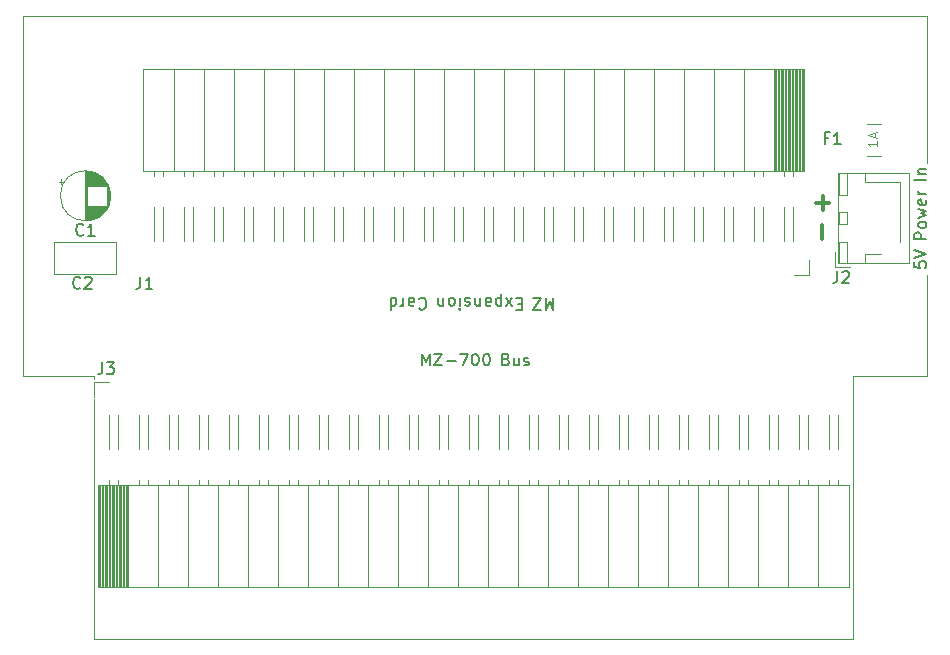
<source format=gbr>
G04 #@! TF.GenerationSoftware,KiCad,Pcbnew,(7.0.0-0)*
G04 #@! TF.CreationDate,2023-03-11T21:02:25+00:00*
G04 #@! TF.ProjectId,EXT700,45585437-3030-42e6-9b69-6361645f7063,rev?*
G04 #@! TF.SameCoordinates,Original*
G04 #@! TF.FileFunction,Legend,Top*
G04 #@! TF.FilePolarity,Positive*
%FSLAX46Y46*%
G04 Gerber Fmt 4.6, Leading zero omitted, Abs format (unit mm)*
G04 Created by KiCad (PCBNEW (7.0.0-0)) date 2023-03-11 21:02:25*
%MOMM*%
%LPD*%
G01*
G04 APERTURE LIST*
%ADD10C,0.120000*%
%ADD11C,0.300000*%
%ADD12C,0.150000*%
%ADD13C,0.100000*%
G04 APERTURE END LIST*
D10*
X194500000Y-101750000D02*
X200750000Y-101750000D01*
X194500000Y-124000000D02*
X194500000Y-101750000D01*
X130250000Y-101750000D02*
X130250000Y-102000000D01*
X130250000Y-103750000D02*
X130250000Y-124000000D01*
X200750000Y-71250000D02*
X124250000Y-71250000D01*
X200750000Y-101750000D02*
X200750000Y-93250000D01*
X124250000Y-71250000D02*
X124250000Y-101750000D01*
X200750000Y-83750000D02*
X200750000Y-71250000D01*
X124250000Y-101750000D02*
X130250000Y-101750000D01*
X130250000Y-124000000D02*
X194500000Y-124000000D01*
D11*
X191852142Y-90142857D02*
X191852142Y-89000000D01*
X191357142Y-87102142D02*
X192500000Y-87102142D01*
X191928571Y-87673571D02*
X191928571Y-86530714D01*
D12*
X134166666Y-93367380D02*
X134166666Y-94081666D01*
X134166666Y-94081666D02*
X134119047Y-94224523D01*
X134119047Y-94224523D02*
X134023809Y-94319761D01*
X134023809Y-94319761D02*
X133880952Y-94367380D01*
X133880952Y-94367380D02*
X133785714Y-94367380D01*
X135166666Y-94367380D02*
X134595238Y-94367380D01*
X134880952Y-94367380D02*
X134880952Y-93367380D01*
X134880952Y-93367380D02*
X134785714Y-93510238D01*
X134785714Y-93510238D02*
X134690476Y-93605476D01*
X134690476Y-93605476D02*
X134595238Y-93653095D01*
X169135714Y-95132619D02*
X169135714Y-96132619D01*
X169135714Y-96132619D02*
X168802381Y-95418333D01*
X168802381Y-95418333D02*
X168469048Y-96132619D01*
X168469048Y-96132619D02*
X168469048Y-95132619D01*
X168088095Y-96132619D02*
X167421429Y-96132619D01*
X167421429Y-96132619D02*
X168088095Y-95132619D01*
X168088095Y-95132619D02*
X167421429Y-95132619D01*
X166440476Y-95656428D02*
X166107143Y-95656428D01*
X165964286Y-95132619D02*
X166440476Y-95132619D01*
X166440476Y-95132619D02*
X166440476Y-96132619D01*
X166440476Y-96132619D02*
X165964286Y-96132619D01*
X165630952Y-95132619D02*
X165107143Y-95799285D01*
X165630952Y-95799285D02*
X165107143Y-95132619D01*
X164726190Y-95799285D02*
X164726190Y-94799285D01*
X164726190Y-95751666D02*
X164630952Y-95799285D01*
X164630952Y-95799285D02*
X164440476Y-95799285D01*
X164440476Y-95799285D02*
X164345238Y-95751666D01*
X164345238Y-95751666D02*
X164297619Y-95704047D01*
X164297619Y-95704047D02*
X164250000Y-95608809D01*
X164250000Y-95608809D02*
X164250000Y-95323095D01*
X164250000Y-95323095D02*
X164297619Y-95227857D01*
X164297619Y-95227857D02*
X164345238Y-95180238D01*
X164345238Y-95180238D02*
X164440476Y-95132619D01*
X164440476Y-95132619D02*
X164630952Y-95132619D01*
X164630952Y-95132619D02*
X164726190Y-95180238D01*
X163392857Y-95132619D02*
X163392857Y-95656428D01*
X163392857Y-95656428D02*
X163440476Y-95751666D01*
X163440476Y-95751666D02*
X163535714Y-95799285D01*
X163535714Y-95799285D02*
X163726190Y-95799285D01*
X163726190Y-95799285D02*
X163821428Y-95751666D01*
X163392857Y-95180238D02*
X163488095Y-95132619D01*
X163488095Y-95132619D02*
X163726190Y-95132619D01*
X163726190Y-95132619D02*
X163821428Y-95180238D01*
X163821428Y-95180238D02*
X163869047Y-95275476D01*
X163869047Y-95275476D02*
X163869047Y-95370714D01*
X163869047Y-95370714D02*
X163821428Y-95465952D01*
X163821428Y-95465952D02*
X163726190Y-95513571D01*
X163726190Y-95513571D02*
X163488095Y-95513571D01*
X163488095Y-95513571D02*
X163392857Y-95561190D01*
X162916666Y-95799285D02*
X162916666Y-95132619D01*
X162916666Y-95704047D02*
X162869047Y-95751666D01*
X162869047Y-95751666D02*
X162773809Y-95799285D01*
X162773809Y-95799285D02*
X162630952Y-95799285D01*
X162630952Y-95799285D02*
X162535714Y-95751666D01*
X162535714Y-95751666D02*
X162488095Y-95656428D01*
X162488095Y-95656428D02*
X162488095Y-95132619D01*
X162059523Y-95180238D02*
X161964285Y-95132619D01*
X161964285Y-95132619D02*
X161773809Y-95132619D01*
X161773809Y-95132619D02*
X161678571Y-95180238D01*
X161678571Y-95180238D02*
X161630952Y-95275476D01*
X161630952Y-95275476D02*
X161630952Y-95323095D01*
X161630952Y-95323095D02*
X161678571Y-95418333D01*
X161678571Y-95418333D02*
X161773809Y-95465952D01*
X161773809Y-95465952D02*
X161916666Y-95465952D01*
X161916666Y-95465952D02*
X162011904Y-95513571D01*
X162011904Y-95513571D02*
X162059523Y-95608809D01*
X162059523Y-95608809D02*
X162059523Y-95656428D01*
X162059523Y-95656428D02*
X162011904Y-95751666D01*
X162011904Y-95751666D02*
X161916666Y-95799285D01*
X161916666Y-95799285D02*
X161773809Y-95799285D01*
X161773809Y-95799285D02*
X161678571Y-95751666D01*
X161202380Y-95132619D02*
X161202380Y-95799285D01*
X161202380Y-96132619D02*
X161249999Y-96085000D01*
X161249999Y-96085000D02*
X161202380Y-96037380D01*
X161202380Y-96037380D02*
X161154761Y-96085000D01*
X161154761Y-96085000D02*
X161202380Y-96132619D01*
X161202380Y-96132619D02*
X161202380Y-96037380D01*
X160583333Y-95132619D02*
X160678571Y-95180238D01*
X160678571Y-95180238D02*
X160726190Y-95227857D01*
X160726190Y-95227857D02*
X160773809Y-95323095D01*
X160773809Y-95323095D02*
X160773809Y-95608809D01*
X160773809Y-95608809D02*
X160726190Y-95704047D01*
X160726190Y-95704047D02*
X160678571Y-95751666D01*
X160678571Y-95751666D02*
X160583333Y-95799285D01*
X160583333Y-95799285D02*
X160440476Y-95799285D01*
X160440476Y-95799285D02*
X160345238Y-95751666D01*
X160345238Y-95751666D02*
X160297619Y-95704047D01*
X160297619Y-95704047D02*
X160250000Y-95608809D01*
X160250000Y-95608809D02*
X160250000Y-95323095D01*
X160250000Y-95323095D02*
X160297619Y-95227857D01*
X160297619Y-95227857D02*
X160345238Y-95180238D01*
X160345238Y-95180238D02*
X160440476Y-95132619D01*
X160440476Y-95132619D02*
X160583333Y-95132619D01*
X159821428Y-95799285D02*
X159821428Y-95132619D01*
X159821428Y-95704047D02*
X159773809Y-95751666D01*
X159773809Y-95751666D02*
X159678571Y-95799285D01*
X159678571Y-95799285D02*
X159535714Y-95799285D01*
X159535714Y-95799285D02*
X159440476Y-95751666D01*
X159440476Y-95751666D02*
X159392857Y-95656428D01*
X159392857Y-95656428D02*
X159392857Y-95132619D01*
X157745238Y-95227857D02*
X157792857Y-95180238D01*
X157792857Y-95180238D02*
X157935714Y-95132619D01*
X157935714Y-95132619D02*
X158030952Y-95132619D01*
X158030952Y-95132619D02*
X158173809Y-95180238D01*
X158173809Y-95180238D02*
X158269047Y-95275476D01*
X158269047Y-95275476D02*
X158316666Y-95370714D01*
X158316666Y-95370714D02*
X158364285Y-95561190D01*
X158364285Y-95561190D02*
X158364285Y-95704047D01*
X158364285Y-95704047D02*
X158316666Y-95894523D01*
X158316666Y-95894523D02*
X158269047Y-95989761D01*
X158269047Y-95989761D02*
X158173809Y-96085000D01*
X158173809Y-96085000D02*
X158030952Y-96132619D01*
X158030952Y-96132619D02*
X157935714Y-96132619D01*
X157935714Y-96132619D02*
X157792857Y-96085000D01*
X157792857Y-96085000D02*
X157745238Y-96037380D01*
X156888095Y-95132619D02*
X156888095Y-95656428D01*
X156888095Y-95656428D02*
X156935714Y-95751666D01*
X156935714Y-95751666D02*
X157030952Y-95799285D01*
X157030952Y-95799285D02*
X157221428Y-95799285D01*
X157221428Y-95799285D02*
X157316666Y-95751666D01*
X156888095Y-95180238D02*
X156983333Y-95132619D01*
X156983333Y-95132619D02*
X157221428Y-95132619D01*
X157221428Y-95132619D02*
X157316666Y-95180238D01*
X157316666Y-95180238D02*
X157364285Y-95275476D01*
X157364285Y-95275476D02*
X157364285Y-95370714D01*
X157364285Y-95370714D02*
X157316666Y-95465952D01*
X157316666Y-95465952D02*
X157221428Y-95513571D01*
X157221428Y-95513571D02*
X156983333Y-95513571D01*
X156983333Y-95513571D02*
X156888095Y-95561190D01*
X156411904Y-95132619D02*
X156411904Y-95799285D01*
X156411904Y-95608809D02*
X156364285Y-95704047D01*
X156364285Y-95704047D02*
X156316666Y-95751666D01*
X156316666Y-95751666D02*
X156221428Y-95799285D01*
X156221428Y-95799285D02*
X156126190Y-95799285D01*
X155364285Y-95132619D02*
X155364285Y-96132619D01*
X155364285Y-95180238D02*
X155459523Y-95132619D01*
X155459523Y-95132619D02*
X155649999Y-95132619D01*
X155649999Y-95132619D02*
X155745237Y-95180238D01*
X155745237Y-95180238D02*
X155792856Y-95227857D01*
X155792856Y-95227857D02*
X155840475Y-95323095D01*
X155840475Y-95323095D02*
X155840475Y-95608809D01*
X155840475Y-95608809D02*
X155792856Y-95704047D01*
X155792856Y-95704047D02*
X155745237Y-95751666D01*
X155745237Y-95751666D02*
X155649999Y-95799285D01*
X155649999Y-95799285D02*
X155459523Y-95799285D01*
X155459523Y-95799285D02*
X155364285Y-95751666D01*
X130916666Y-100617380D02*
X130916666Y-101331666D01*
X130916666Y-101331666D02*
X130869047Y-101474523D01*
X130869047Y-101474523D02*
X130773809Y-101569761D01*
X130773809Y-101569761D02*
X130630952Y-101617380D01*
X130630952Y-101617380D02*
X130535714Y-101617380D01*
X131297619Y-100617380D02*
X131916666Y-100617380D01*
X131916666Y-100617380D02*
X131583333Y-100998333D01*
X131583333Y-100998333D02*
X131726190Y-100998333D01*
X131726190Y-100998333D02*
X131821428Y-101045952D01*
X131821428Y-101045952D02*
X131869047Y-101093571D01*
X131869047Y-101093571D02*
X131916666Y-101188809D01*
X131916666Y-101188809D02*
X131916666Y-101426904D01*
X131916666Y-101426904D02*
X131869047Y-101522142D01*
X131869047Y-101522142D02*
X131821428Y-101569761D01*
X131821428Y-101569761D02*
X131726190Y-101617380D01*
X131726190Y-101617380D02*
X131440476Y-101617380D01*
X131440476Y-101617380D02*
X131345238Y-101569761D01*
X131345238Y-101569761D02*
X131297619Y-101522142D01*
X157985714Y-100867380D02*
X157985714Y-99867380D01*
X157985714Y-99867380D02*
X158319047Y-100581666D01*
X158319047Y-100581666D02*
X158652380Y-99867380D01*
X158652380Y-99867380D02*
X158652380Y-100867380D01*
X159033333Y-99867380D02*
X159699999Y-99867380D01*
X159699999Y-99867380D02*
X159033333Y-100867380D01*
X159033333Y-100867380D02*
X159699999Y-100867380D01*
X160080952Y-100486428D02*
X160842857Y-100486428D01*
X161223809Y-99867380D02*
X161890475Y-99867380D01*
X161890475Y-99867380D02*
X161461904Y-100867380D01*
X162461904Y-99867380D02*
X162557142Y-99867380D01*
X162557142Y-99867380D02*
X162652380Y-99915000D01*
X162652380Y-99915000D02*
X162699999Y-99962619D01*
X162699999Y-99962619D02*
X162747618Y-100057857D01*
X162747618Y-100057857D02*
X162795237Y-100248333D01*
X162795237Y-100248333D02*
X162795237Y-100486428D01*
X162795237Y-100486428D02*
X162747618Y-100676904D01*
X162747618Y-100676904D02*
X162699999Y-100772142D01*
X162699999Y-100772142D02*
X162652380Y-100819761D01*
X162652380Y-100819761D02*
X162557142Y-100867380D01*
X162557142Y-100867380D02*
X162461904Y-100867380D01*
X162461904Y-100867380D02*
X162366666Y-100819761D01*
X162366666Y-100819761D02*
X162319047Y-100772142D01*
X162319047Y-100772142D02*
X162271428Y-100676904D01*
X162271428Y-100676904D02*
X162223809Y-100486428D01*
X162223809Y-100486428D02*
X162223809Y-100248333D01*
X162223809Y-100248333D02*
X162271428Y-100057857D01*
X162271428Y-100057857D02*
X162319047Y-99962619D01*
X162319047Y-99962619D02*
X162366666Y-99915000D01*
X162366666Y-99915000D02*
X162461904Y-99867380D01*
X163414285Y-99867380D02*
X163509523Y-99867380D01*
X163509523Y-99867380D02*
X163604761Y-99915000D01*
X163604761Y-99915000D02*
X163652380Y-99962619D01*
X163652380Y-99962619D02*
X163699999Y-100057857D01*
X163699999Y-100057857D02*
X163747618Y-100248333D01*
X163747618Y-100248333D02*
X163747618Y-100486428D01*
X163747618Y-100486428D02*
X163699999Y-100676904D01*
X163699999Y-100676904D02*
X163652380Y-100772142D01*
X163652380Y-100772142D02*
X163604761Y-100819761D01*
X163604761Y-100819761D02*
X163509523Y-100867380D01*
X163509523Y-100867380D02*
X163414285Y-100867380D01*
X163414285Y-100867380D02*
X163319047Y-100819761D01*
X163319047Y-100819761D02*
X163271428Y-100772142D01*
X163271428Y-100772142D02*
X163223809Y-100676904D01*
X163223809Y-100676904D02*
X163176190Y-100486428D01*
X163176190Y-100486428D02*
X163176190Y-100248333D01*
X163176190Y-100248333D02*
X163223809Y-100057857D01*
X163223809Y-100057857D02*
X163271428Y-99962619D01*
X163271428Y-99962619D02*
X163319047Y-99915000D01*
X163319047Y-99915000D02*
X163414285Y-99867380D01*
X165109523Y-100343571D02*
X165252380Y-100391190D01*
X165252380Y-100391190D02*
X165299999Y-100438809D01*
X165299999Y-100438809D02*
X165347618Y-100534047D01*
X165347618Y-100534047D02*
X165347618Y-100676904D01*
X165347618Y-100676904D02*
X165299999Y-100772142D01*
X165299999Y-100772142D02*
X165252380Y-100819761D01*
X165252380Y-100819761D02*
X165157142Y-100867380D01*
X165157142Y-100867380D02*
X164776190Y-100867380D01*
X164776190Y-100867380D02*
X164776190Y-99867380D01*
X164776190Y-99867380D02*
X165109523Y-99867380D01*
X165109523Y-99867380D02*
X165204761Y-99915000D01*
X165204761Y-99915000D02*
X165252380Y-99962619D01*
X165252380Y-99962619D02*
X165299999Y-100057857D01*
X165299999Y-100057857D02*
X165299999Y-100153095D01*
X165299999Y-100153095D02*
X165252380Y-100248333D01*
X165252380Y-100248333D02*
X165204761Y-100295952D01*
X165204761Y-100295952D02*
X165109523Y-100343571D01*
X165109523Y-100343571D02*
X164776190Y-100343571D01*
X166204761Y-100200714D02*
X166204761Y-100867380D01*
X165776190Y-100200714D02*
X165776190Y-100724523D01*
X165776190Y-100724523D02*
X165823809Y-100819761D01*
X165823809Y-100819761D02*
X165919047Y-100867380D01*
X165919047Y-100867380D02*
X166061904Y-100867380D01*
X166061904Y-100867380D02*
X166157142Y-100819761D01*
X166157142Y-100819761D02*
X166204761Y-100772142D01*
X166633333Y-100819761D02*
X166728571Y-100867380D01*
X166728571Y-100867380D02*
X166919047Y-100867380D01*
X166919047Y-100867380D02*
X167014285Y-100819761D01*
X167014285Y-100819761D02*
X167061904Y-100724523D01*
X167061904Y-100724523D02*
X167061904Y-100676904D01*
X167061904Y-100676904D02*
X167014285Y-100581666D01*
X167014285Y-100581666D02*
X166919047Y-100534047D01*
X166919047Y-100534047D02*
X166776190Y-100534047D01*
X166776190Y-100534047D02*
X166680952Y-100486428D01*
X166680952Y-100486428D02*
X166633333Y-100391190D01*
X166633333Y-100391190D02*
X166633333Y-100343571D01*
X166633333Y-100343571D02*
X166680952Y-100248333D01*
X166680952Y-100248333D02*
X166776190Y-100200714D01*
X166776190Y-100200714D02*
X166919047Y-100200714D01*
X166919047Y-100200714D02*
X167014285Y-100248333D01*
X129333333Y-89772142D02*
X129285714Y-89819761D01*
X129285714Y-89819761D02*
X129142857Y-89867380D01*
X129142857Y-89867380D02*
X129047619Y-89867380D01*
X129047619Y-89867380D02*
X128904762Y-89819761D01*
X128904762Y-89819761D02*
X128809524Y-89724523D01*
X128809524Y-89724523D02*
X128761905Y-89629285D01*
X128761905Y-89629285D02*
X128714286Y-89438809D01*
X128714286Y-89438809D02*
X128714286Y-89295952D01*
X128714286Y-89295952D02*
X128761905Y-89105476D01*
X128761905Y-89105476D02*
X128809524Y-89010238D01*
X128809524Y-89010238D02*
X128904762Y-88915000D01*
X128904762Y-88915000D02*
X129047619Y-88867380D01*
X129047619Y-88867380D02*
X129142857Y-88867380D01*
X129142857Y-88867380D02*
X129285714Y-88915000D01*
X129285714Y-88915000D02*
X129333333Y-88962619D01*
X130285714Y-89867380D02*
X129714286Y-89867380D01*
X130000000Y-89867380D02*
X130000000Y-88867380D01*
X130000000Y-88867380D02*
X129904762Y-89010238D01*
X129904762Y-89010238D02*
X129809524Y-89105476D01*
X129809524Y-89105476D02*
X129714286Y-89153095D01*
X193166666Y-92867380D02*
X193166666Y-93581666D01*
X193166666Y-93581666D02*
X193119047Y-93724523D01*
X193119047Y-93724523D02*
X193023809Y-93819761D01*
X193023809Y-93819761D02*
X192880952Y-93867380D01*
X192880952Y-93867380D02*
X192785714Y-93867380D01*
X193595238Y-92962619D02*
X193642857Y-92915000D01*
X193642857Y-92915000D02*
X193738095Y-92867380D01*
X193738095Y-92867380D02*
X193976190Y-92867380D01*
X193976190Y-92867380D02*
X194071428Y-92915000D01*
X194071428Y-92915000D02*
X194119047Y-92962619D01*
X194119047Y-92962619D02*
X194166666Y-93057857D01*
X194166666Y-93057857D02*
X194166666Y-93153095D01*
X194166666Y-93153095D02*
X194119047Y-93295952D01*
X194119047Y-93295952D02*
X193547619Y-93867380D01*
X193547619Y-93867380D02*
X194166666Y-93867380D01*
X199692380Y-92095238D02*
X199692380Y-92571428D01*
X199692380Y-92571428D02*
X200168571Y-92619047D01*
X200168571Y-92619047D02*
X200120952Y-92571428D01*
X200120952Y-92571428D02*
X200073333Y-92476190D01*
X200073333Y-92476190D02*
X200073333Y-92238095D01*
X200073333Y-92238095D02*
X200120952Y-92142857D01*
X200120952Y-92142857D02*
X200168571Y-92095238D01*
X200168571Y-92095238D02*
X200263809Y-92047619D01*
X200263809Y-92047619D02*
X200501904Y-92047619D01*
X200501904Y-92047619D02*
X200597142Y-92095238D01*
X200597142Y-92095238D02*
X200644761Y-92142857D01*
X200644761Y-92142857D02*
X200692380Y-92238095D01*
X200692380Y-92238095D02*
X200692380Y-92476190D01*
X200692380Y-92476190D02*
X200644761Y-92571428D01*
X200644761Y-92571428D02*
X200597142Y-92619047D01*
X199692380Y-91761904D02*
X200692380Y-91428571D01*
X200692380Y-91428571D02*
X199692380Y-91095238D01*
X200692380Y-90161904D02*
X199692380Y-90161904D01*
X199692380Y-90161904D02*
X199692380Y-89780952D01*
X199692380Y-89780952D02*
X199740000Y-89685714D01*
X199740000Y-89685714D02*
X199787619Y-89638095D01*
X199787619Y-89638095D02*
X199882857Y-89590476D01*
X199882857Y-89590476D02*
X200025714Y-89590476D01*
X200025714Y-89590476D02*
X200120952Y-89638095D01*
X200120952Y-89638095D02*
X200168571Y-89685714D01*
X200168571Y-89685714D02*
X200216190Y-89780952D01*
X200216190Y-89780952D02*
X200216190Y-90161904D01*
X200692380Y-89019047D02*
X200644761Y-89114285D01*
X200644761Y-89114285D02*
X200597142Y-89161904D01*
X200597142Y-89161904D02*
X200501904Y-89209523D01*
X200501904Y-89209523D02*
X200216190Y-89209523D01*
X200216190Y-89209523D02*
X200120952Y-89161904D01*
X200120952Y-89161904D02*
X200073333Y-89114285D01*
X200073333Y-89114285D02*
X200025714Y-89019047D01*
X200025714Y-89019047D02*
X200025714Y-88876190D01*
X200025714Y-88876190D02*
X200073333Y-88780952D01*
X200073333Y-88780952D02*
X200120952Y-88733333D01*
X200120952Y-88733333D02*
X200216190Y-88685714D01*
X200216190Y-88685714D02*
X200501904Y-88685714D01*
X200501904Y-88685714D02*
X200597142Y-88733333D01*
X200597142Y-88733333D02*
X200644761Y-88780952D01*
X200644761Y-88780952D02*
X200692380Y-88876190D01*
X200692380Y-88876190D02*
X200692380Y-89019047D01*
X200025714Y-88352380D02*
X200692380Y-88161904D01*
X200692380Y-88161904D02*
X200216190Y-87971428D01*
X200216190Y-87971428D02*
X200692380Y-87780952D01*
X200692380Y-87780952D02*
X200025714Y-87590476D01*
X200644761Y-86828571D02*
X200692380Y-86923809D01*
X200692380Y-86923809D02*
X200692380Y-87114285D01*
X200692380Y-87114285D02*
X200644761Y-87209523D01*
X200644761Y-87209523D02*
X200549523Y-87257142D01*
X200549523Y-87257142D02*
X200168571Y-87257142D01*
X200168571Y-87257142D02*
X200073333Y-87209523D01*
X200073333Y-87209523D02*
X200025714Y-87114285D01*
X200025714Y-87114285D02*
X200025714Y-86923809D01*
X200025714Y-86923809D02*
X200073333Y-86828571D01*
X200073333Y-86828571D02*
X200168571Y-86780952D01*
X200168571Y-86780952D02*
X200263809Y-86780952D01*
X200263809Y-86780952D02*
X200359047Y-87257142D01*
X200692380Y-86352380D02*
X200025714Y-86352380D01*
X200216190Y-86352380D02*
X200120952Y-86304761D01*
X200120952Y-86304761D02*
X200073333Y-86257142D01*
X200073333Y-86257142D02*
X200025714Y-86161904D01*
X200025714Y-86161904D02*
X200025714Y-86066666D01*
X200692380Y-85133332D02*
X199692380Y-85133332D01*
X200025714Y-84657142D02*
X200692380Y-84657142D01*
X200120952Y-84657142D02*
X200073333Y-84609523D01*
X200073333Y-84609523D02*
X200025714Y-84514285D01*
X200025714Y-84514285D02*
X200025714Y-84371428D01*
X200025714Y-84371428D02*
X200073333Y-84276190D01*
X200073333Y-84276190D02*
X200168571Y-84228571D01*
X200168571Y-84228571D02*
X200692380Y-84228571D01*
X192416666Y-81593571D02*
X192083333Y-81593571D01*
X192083333Y-82117380D02*
X192083333Y-81117380D01*
X192083333Y-81117380D02*
X192559523Y-81117380D01*
X193464285Y-82117380D02*
X192892857Y-82117380D01*
X193178571Y-82117380D02*
X193178571Y-81117380D01*
X193178571Y-81117380D02*
X193083333Y-81260238D01*
X193083333Y-81260238D02*
X192988095Y-81355476D01*
X192988095Y-81355476D02*
X192892857Y-81403095D01*
D13*
X196543904Y-81864285D02*
X196543904Y-82321428D01*
X196543904Y-82092856D02*
X195743904Y-82092856D01*
X195743904Y-82092856D02*
X195858190Y-82169047D01*
X195858190Y-82169047D02*
X195934380Y-82245237D01*
X195934380Y-82245237D02*
X195972476Y-82321428D01*
X196315333Y-81559523D02*
X196315333Y-81178570D01*
X196543904Y-81635713D02*
X195743904Y-81369046D01*
X195743904Y-81369046D02*
X196543904Y-81102380D01*
D12*
X129083333Y-94272142D02*
X129035714Y-94319761D01*
X129035714Y-94319761D02*
X128892857Y-94367380D01*
X128892857Y-94367380D02*
X128797619Y-94367380D01*
X128797619Y-94367380D02*
X128654762Y-94319761D01*
X128654762Y-94319761D02*
X128559524Y-94224523D01*
X128559524Y-94224523D02*
X128511905Y-94129285D01*
X128511905Y-94129285D02*
X128464286Y-93938809D01*
X128464286Y-93938809D02*
X128464286Y-93795952D01*
X128464286Y-93795952D02*
X128511905Y-93605476D01*
X128511905Y-93605476D02*
X128559524Y-93510238D01*
X128559524Y-93510238D02*
X128654762Y-93415000D01*
X128654762Y-93415000D02*
X128797619Y-93367380D01*
X128797619Y-93367380D02*
X128892857Y-93367380D01*
X128892857Y-93367380D02*
X129035714Y-93415000D01*
X129035714Y-93415000D02*
X129083333Y-93462619D01*
X129464286Y-93462619D02*
X129511905Y-93415000D01*
X129511905Y-93415000D02*
X129607143Y-93367380D01*
X129607143Y-93367380D02*
X129845238Y-93367380D01*
X129845238Y-93367380D02*
X129940476Y-93415000D01*
X129940476Y-93415000D02*
X129988095Y-93462619D01*
X129988095Y-93462619D02*
X130035714Y-93557857D01*
X130035714Y-93557857D02*
X130035714Y-93653095D01*
X130035714Y-93653095D02*
X129988095Y-93795952D01*
X129988095Y-93795952D02*
X129416667Y-94367380D01*
X129416667Y-94367380D02*
X130035714Y-94367380D01*
D10*
X134378000Y-75806000D02*
X134378000Y-84436000D01*
X135340000Y-90360000D02*
X135340000Y-87462929D01*
X135348000Y-84436000D02*
X135348000Y-84846000D01*
X136068000Y-84436000D02*
X136068000Y-84846000D01*
X136100000Y-90360000D02*
X136100000Y-87462929D01*
X136978000Y-75806000D02*
X136978000Y-84436000D01*
X137880000Y-90360000D02*
X137880000Y-87462929D01*
X137888000Y-84436000D02*
X137888000Y-84846000D01*
X138608000Y-84436000D02*
X138608000Y-84846000D01*
X138640000Y-90360000D02*
X138640000Y-87462929D01*
X139518000Y-75806000D02*
X139518000Y-84436000D01*
X140420000Y-90360000D02*
X140420000Y-87462929D01*
X140428000Y-84436000D02*
X140428000Y-84846000D01*
X141148000Y-84436000D02*
X141148000Y-84846000D01*
X141180000Y-90360000D02*
X141180000Y-87462929D01*
X142058000Y-75806000D02*
X142058000Y-84436000D01*
X142960000Y-90360000D02*
X142960000Y-87462929D01*
X142968000Y-84436000D02*
X142968000Y-84846000D01*
X143688000Y-84436000D02*
X143688000Y-84846000D01*
X143720000Y-90360000D02*
X143720000Y-87462929D01*
X144598000Y-75806000D02*
X144598000Y-84436000D01*
X145500000Y-90360000D02*
X145500000Y-87462929D01*
X145508000Y-84436000D02*
X145508000Y-84846000D01*
X146228000Y-84436000D02*
X146228000Y-84846000D01*
X146260000Y-90360000D02*
X146260000Y-87462929D01*
X147138000Y-75806000D02*
X147138000Y-84436000D01*
X148040000Y-90360000D02*
X148040000Y-87462929D01*
X148048000Y-84436000D02*
X148048000Y-84846000D01*
X148768000Y-84436000D02*
X148768000Y-84846000D01*
X148800000Y-90360000D02*
X148800000Y-87462929D01*
X149678000Y-75806000D02*
X149678000Y-84436000D01*
X150580000Y-90360000D02*
X150580000Y-87462929D01*
X150588000Y-84436000D02*
X150588000Y-84846000D01*
X151308000Y-84436000D02*
X151308000Y-84846000D01*
X151340000Y-90360000D02*
X151340000Y-87462929D01*
X152218000Y-75806000D02*
X152218000Y-84436000D01*
X153120000Y-90360000D02*
X153120000Y-87462929D01*
X153128000Y-84436000D02*
X153128000Y-84846000D01*
X153848000Y-84436000D02*
X153848000Y-84846000D01*
X153880000Y-90360000D02*
X153880000Y-87462929D01*
X154758000Y-75806000D02*
X154758000Y-84436000D01*
X155660000Y-90360000D02*
X155660000Y-87462929D01*
X155668000Y-84436000D02*
X155668000Y-84846000D01*
X156388000Y-84436000D02*
X156388000Y-84846000D01*
X156420000Y-90360000D02*
X156420000Y-87462929D01*
X157298000Y-75806000D02*
X157298000Y-84436000D01*
X158200000Y-90360000D02*
X158200000Y-87462929D01*
X158208000Y-84436000D02*
X158208000Y-84846000D01*
X158928000Y-84436000D02*
X158928000Y-84846000D01*
X158960000Y-90360000D02*
X158960000Y-87462929D01*
X159838000Y-75806000D02*
X159838000Y-84436000D01*
X160740000Y-90360000D02*
X160740000Y-87462929D01*
X160748000Y-84436000D02*
X160748000Y-84846000D01*
X161468000Y-84436000D02*
X161468000Y-84846000D01*
X161500000Y-90360000D02*
X161500000Y-87462929D01*
X162378000Y-75806000D02*
X162378000Y-84436000D01*
X163280000Y-90360000D02*
X163280000Y-87462929D01*
X163288000Y-84436000D02*
X163288000Y-84846000D01*
X164008000Y-84436000D02*
X164008000Y-84846000D01*
X164040000Y-90360000D02*
X164040000Y-87462929D01*
X164918000Y-75806000D02*
X164918000Y-84436000D01*
X165820000Y-90360000D02*
X165820000Y-87462929D01*
X165828000Y-84436000D02*
X165828000Y-84846000D01*
X166548000Y-84436000D02*
X166548000Y-84846000D01*
X166580000Y-90360000D02*
X166580000Y-87462929D01*
X167458000Y-75806000D02*
X167458000Y-84436000D01*
X168360000Y-90360000D02*
X168360000Y-87462929D01*
X168368000Y-84436000D02*
X168368000Y-84846000D01*
X169088000Y-84436000D02*
X169088000Y-84846000D01*
X169120000Y-90360000D02*
X169120000Y-87462929D01*
X169998000Y-75806000D02*
X169998000Y-84436000D01*
X170900000Y-90360000D02*
X170900000Y-87462929D01*
X170908000Y-84436000D02*
X170908000Y-84846000D01*
X171628000Y-84436000D02*
X171628000Y-84846000D01*
X171660000Y-90360000D02*
X171660000Y-87462929D01*
X172538000Y-75806000D02*
X172538000Y-84436000D01*
X173440000Y-90360000D02*
X173440000Y-87462929D01*
X173448000Y-84436000D02*
X173448000Y-84846000D01*
X174168000Y-84436000D02*
X174168000Y-84846000D01*
X174200000Y-90360000D02*
X174200000Y-87462929D01*
X175078000Y-75806000D02*
X175078000Y-84436000D01*
X175980000Y-90360000D02*
X175980000Y-87462929D01*
X175988000Y-84436000D02*
X175988000Y-84846000D01*
X176708000Y-84436000D02*
X176708000Y-84846000D01*
X176740000Y-90360000D02*
X176740000Y-87462929D01*
X177618000Y-75806000D02*
X177618000Y-84436000D01*
X178520000Y-90360000D02*
X178520000Y-87462929D01*
X178528000Y-84436000D02*
X178528000Y-84846000D01*
X179248000Y-84436000D02*
X179248000Y-84846000D01*
X179280000Y-90360000D02*
X179280000Y-87462929D01*
X180158000Y-75806000D02*
X180158000Y-84436000D01*
X181060000Y-90360000D02*
X181060000Y-87462929D01*
X181068000Y-84436000D02*
X181068000Y-84846000D01*
X181788000Y-84436000D02*
X181788000Y-84846000D01*
X181820000Y-90360000D02*
X181820000Y-87462929D01*
X182698000Y-75806000D02*
X182698000Y-84436000D01*
X183600000Y-90360000D02*
X183600000Y-87462929D01*
X183608000Y-84436000D02*
X183608000Y-84846000D01*
X184328000Y-84436000D02*
X184328000Y-84846000D01*
X184360000Y-90360000D02*
X184360000Y-87462929D01*
X185238000Y-75806000D02*
X185238000Y-84436000D01*
X186140000Y-90360000D02*
X186140000Y-87462929D01*
X186148000Y-84436000D02*
X186148000Y-84846000D01*
X186868000Y-84436000D02*
X186868000Y-84846000D01*
X186900000Y-90360000D02*
X186900000Y-87462929D01*
X187778000Y-75806000D02*
X187778000Y-84436000D01*
X187896100Y-75806000D02*
X187896100Y-84436000D01*
X188014195Y-75806000D02*
X188014195Y-84436000D01*
X188132290Y-75806000D02*
X188132290Y-84436000D01*
X188250385Y-75806000D02*
X188250385Y-84436000D01*
X188368480Y-75806000D02*
X188368480Y-84436000D01*
X188486575Y-75806000D02*
X188486575Y-84436000D01*
X188604670Y-75806000D02*
X188604670Y-84436000D01*
X188680000Y-90360000D02*
X188680000Y-87462929D01*
X188688000Y-84436000D02*
X188688000Y-84846000D01*
X188722765Y-75806000D02*
X188722765Y-84436000D01*
X188840860Y-75806000D02*
X188840860Y-84436000D01*
X188958955Y-75806000D02*
X188958955Y-84436000D01*
X189077050Y-75806000D02*
X189077050Y-84436000D01*
X189195145Y-75806000D02*
X189195145Y-84436000D01*
X189313240Y-75806000D02*
X189313240Y-84436000D01*
X189408000Y-84436000D02*
X189408000Y-84846000D01*
X189431335Y-75806000D02*
X189431335Y-84436000D01*
X189440000Y-90360000D02*
X189440000Y-87462929D01*
X189465000Y-93175000D02*
X190735000Y-93175000D01*
X189549430Y-75806000D02*
X189549430Y-84436000D01*
X189667525Y-75806000D02*
X189667525Y-84436000D01*
X189785620Y-75806000D02*
X189785620Y-84436000D01*
X189903715Y-75806000D02*
X189903715Y-84436000D01*
X190021810Y-75806000D02*
X190021810Y-84436000D01*
X190139905Y-75806000D02*
X190139905Y-84436000D01*
X190258000Y-75806000D02*
X190258000Y-84436000D01*
X190378000Y-75806000D02*
X134378000Y-75806000D01*
X190378000Y-75806000D02*
X190378000Y-84436000D01*
X190378000Y-84436000D02*
X134378000Y-84436000D01*
X190735000Y-93175000D02*
X190735000Y-91905000D01*
X130205000Y-102245000D02*
X130205000Y-103515000D01*
X130536600Y-111012400D02*
X194156600Y-111012400D01*
X130536600Y-119642400D02*
X130536600Y-111012400D01*
X130536600Y-119642400D02*
X194156600Y-119642400D01*
X130656600Y-119642400D02*
X130656600Y-111012400D01*
X130774695Y-119642400D02*
X130774695Y-111012400D01*
X130892790Y-119642400D02*
X130892790Y-111012400D01*
X131010885Y-119642400D02*
X131010885Y-111012400D01*
X131128980Y-119642400D02*
X131128980Y-111012400D01*
X131247075Y-119642400D02*
X131247075Y-111012400D01*
X131365170Y-119642400D02*
X131365170Y-111012400D01*
X131475000Y-102245000D02*
X130205000Y-102245000D01*
X131483265Y-119642400D02*
X131483265Y-111012400D01*
X131500000Y-105060000D02*
X131500000Y-107957071D01*
X131506600Y-111012400D02*
X131506600Y-110602400D01*
X131601360Y-119642400D02*
X131601360Y-111012400D01*
X131719455Y-119642400D02*
X131719455Y-111012400D01*
X131837550Y-119642400D02*
X131837550Y-111012400D01*
X131955645Y-119642400D02*
X131955645Y-111012400D01*
X132073740Y-119642400D02*
X132073740Y-111012400D01*
X132191835Y-119642400D02*
X132191835Y-111012400D01*
X132226600Y-111012400D02*
X132226600Y-110602400D01*
X132260000Y-105060000D02*
X132260000Y-107957071D01*
X132309930Y-119642400D02*
X132309930Y-111012400D01*
X132428025Y-119642400D02*
X132428025Y-111012400D01*
X132546120Y-119642400D02*
X132546120Y-111012400D01*
X132664215Y-119642400D02*
X132664215Y-111012400D01*
X132782310Y-119642400D02*
X132782310Y-111012400D01*
X132900405Y-119642400D02*
X132900405Y-111012400D01*
X133018500Y-119642400D02*
X133018500Y-111012400D01*
X133136600Y-119642400D02*
X133136600Y-111012400D01*
X134040000Y-105060000D02*
X134040000Y-107957071D01*
X134046600Y-111012400D02*
X134046600Y-110602400D01*
X134766600Y-111012400D02*
X134766600Y-110602400D01*
X134800000Y-105060000D02*
X134800000Y-107957071D01*
X135676600Y-119642400D02*
X135676600Y-111012400D01*
X136580000Y-105060000D02*
X136580000Y-107957071D01*
X136586600Y-111012400D02*
X136586600Y-110602400D01*
X137306600Y-111012400D02*
X137306600Y-110602400D01*
X137340000Y-105060000D02*
X137340000Y-107957071D01*
X138216600Y-119642400D02*
X138216600Y-111012400D01*
X139120000Y-105060000D02*
X139120000Y-107957071D01*
X139126600Y-111012400D02*
X139126600Y-110602400D01*
X139846600Y-111012400D02*
X139846600Y-110602400D01*
X139880000Y-105060000D02*
X139880000Y-107957071D01*
X140756600Y-119642400D02*
X140756600Y-111012400D01*
X141660000Y-105060000D02*
X141660000Y-107957071D01*
X141666600Y-111012400D02*
X141666600Y-110602400D01*
X142386600Y-111012400D02*
X142386600Y-110602400D01*
X142420000Y-105060000D02*
X142420000Y-107957071D01*
X143296600Y-119642400D02*
X143296600Y-111012400D01*
X144200000Y-105060000D02*
X144200000Y-107957071D01*
X144206600Y-111012400D02*
X144206600Y-110602400D01*
X144926600Y-111012400D02*
X144926600Y-110602400D01*
X144960000Y-105060000D02*
X144960000Y-107957071D01*
X145836600Y-119642400D02*
X145836600Y-111012400D01*
X146740000Y-105060000D02*
X146740000Y-107957071D01*
X146746600Y-111012400D02*
X146746600Y-110602400D01*
X147466600Y-111012400D02*
X147466600Y-110602400D01*
X147500000Y-105060000D02*
X147500000Y-107957071D01*
X148376600Y-119642400D02*
X148376600Y-111012400D01*
X149280000Y-105060000D02*
X149280000Y-107957071D01*
X149286600Y-111012400D02*
X149286600Y-110602400D01*
X150006600Y-111012400D02*
X150006600Y-110602400D01*
X150040000Y-105060000D02*
X150040000Y-107957071D01*
X150916600Y-119642400D02*
X150916600Y-111012400D01*
X151820000Y-105060000D02*
X151820000Y-107957071D01*
X151826600Y-111012400D02*
X151826600Y-110602400D01*
X152546600Y-111012400D02*
X152546600Y-110602400D01*
X152580000Y-105060000D02*
X152580000Y-107957071D01*
X153456600Y-119642400D02*
X153456600Y-111012400D01*
X154360000Y-105060000D02*
X154360000Y-107957071D01*
X154366600Y-111012400D02*
X154366600Y-110602400D01*
X155086600Y-111012400D02*
X155086600Y-110602400D01*
X155120000Y-105060000D02*
X155120000Y-107957071D01*
X155996600Y-119642400D02*
X155996600Y-111012400D01*
X156900000Y-105060000D02*
X156900000Y-107957071D01*
X156906600Y-111012400D02*
X156906600Y-110602400D01*
X157626600Y-111012400D02*
X157626600Y-110602400D01*
X157660000Y-105060000D02*
X157660000Y-107957071D01*
X158536600Y-119642400D02*
X158536600Y-111012400D01*
X159440000Y-105060000D02*
X159440000Y-107957071D01*
X159446600Y-111012400D02*
X159446600Y-110602400D01*
X160166600Y-111012400D02*
X160166600Y-110602400D01*
X160200000Y-105060000D02*
X160200000Y-107957071D01*
X161076600Y-119642400D02*
X161076600Y-111012400D01*
X161980000Y-105060000D02*
X161980000Y-107957071D01*
X161986600Y-111012400D02*
X161986600Y-110602400D01*
X162706600Y-111012400D02*
X162706600Y-110602400D01*
X162740000Y-105060000D02*
X162740000Y-107957071D01*
X163616600Y-119642400D02*
X163616600Y-111012400D01*
X164520000Y-105060000D02*
X164520000Y-107957071D01*
X164526600Y-111012400D02*
X164526600Y-110602400D01*
X165246600Y-111012400D02*
X165246600Y-110602400D01*
X165280000Y-105060000D02*
X165280000Y-107957071D01*
X166156600Y-119642400D02*
X166156600Y-111012400D01*
X167060000Y-105060000D02*
X167060000Y-107957071D01*
X167066600Y-111012400D02*
X167066600Y-110602400D01*
X167786600Y-111012400D02*
X167786600Y-110602400D01*
X167820000Y-105060000D02*
X167820000Y-107957071D01*
X168696600Y-119642400D02*
X168696600Y-111012400D01*
X169600000Y-105060000D02*
X169600000Y-107957071D01*
X169606600Y-111012400D02*
X169606600Y-110602400D01*
X170326600Y-111012400D02*
X170326600Y-110602400D01*
X170360000Y-105060000D02*
X170360000Y-107957071D01*
X171236600Y-119642400D02*
X171236600Y-111012400D01*
X172140000Y-105060000D02*
X172140000Y-107957071D01*
X172146600Y-111012400D02*
X172146600Y-110602400D01*
X172866600Y-111012400D02*
X172866600Y-110602400D01*
X172900000Y-105060000D02*
X172900000Y-107957071D01*
X173776600Y-119642400D02*
X173776600Y-111012400D01*
X174680000Y-105060000D02*
X174680000Y-107957071D01*
X174686600Y-111012400D02*
X174686600Y-110602400D01*
X175406600Y-111012400D02*
X175406600Y-110602400D01*
X175440000Y-105060000D02*
X175440000Y-107957071D01*
X176316600Y-119642400D02*
X176316600Y-111012400D01*
X177220000Y-105060000D02*
X177220000Y-107957071D01*
X177226600Y-111012400D02*
X177226600Y-110602400D01*
X177946600Y-111012400D02*
X177946600Y-110602400D01*
X177980000Y-105060000D02*
X177980000Y-107957071D01*
X178856600Y-119642400D02*
X178856600Y-111012400D01*
X179760000Y-105060000D02*
X179760000Y-107957071D01*
X179766600Y-111012400D02*
X179766600Y-110602400D01*
X180486600Y-111012400D02*
X180486600Y-110602400D01*
X180520000Y-105060000D02*
X180520000Y-107957071D01*
X181396600Y-119642400D02*
X181396600Y-111012400D01*
X182300000Y-105060000D02*
X182300000Y-107957071D01*
X182306600Y-111012400D02*
X182306600Y-110602400D01*
X183026600Y-111012400D02*
X183026600Y-110602400D01*
X183060000Y-105060000D02*
X183060000Y-107957071D01*
X183936600Y-119642400D02*
X183936600Y-111012400D01*
X184840000Y-105060000D02*
X184840000Y-107957071D01*
X184846600Y-111012400D02*
X184846600Y-110602400D01*
X185566600Y-111012400D02*
X185566600Y-110602400D01*
X185600000Y-105060000D02*
X185600000Y-107957071D01*
X186476600Y-119642400D02*
X186476600Y-111012400D01*
X187380000Y-105060000D02*
X187380000Y-107957071D01*
X187386600Y-111012400D02*
X187386600Y-110602400D01*
X188106600Y-111012400D02*
X188106600Y-110602400D01*
X188140000Y-105060000D02*
X188140000Y-107957071D01*
X189016600Y-119642400D02*
X189016600Y-111012400D01*
X189920000Y-105060000D02*
X189920000Y-107957071D01*
X189926600Y-111012400D02*
X189926600Y-110602400D01*
X190646600Y-111012400D02*
X190646600Y-110602400D01*
X190680000Y-105060000D02*
X190680000Y-107957071D01*
X191556600Y-119642400D02*
X191556600Y-111012400D01*
X192460000Y-105060000D02*
X192460000Y-107957071D01*
X192466600Y-111012400D02*
X192466600Y-110602400D01*
X193186600Y-111012400D02*
X193186600Y-110602400D01*
X193220000Y-105060000D02*
X193220000Y-107957071D01*
X194156600Y-119642400D02*
X194156600Y-111012400D01*
X127230199Y-85305000D02*
X127630199Y-85305000D01*
X127430199Y-85105000D02*
X127430199Y-85505000D01*
X129500000Y-84420000D02*
X129500000Y-88580000D01*
X129540000Y-84420000D02*
X129540000Y-88580000D01*
X129580000Y-84421000D02*
X129580000Y-88579000D01*
X129620000Y-84423000D02*
X129620000Y-88577000D01*
X129660000Y-84426000D02*
X129660000Y-88574000D01*
X129700000Y-84429000D02*
X129700000Y-85660000D01*
X129700000Y-87340000D02*
X129700000Y-88571000D01*
X129740000Y-84433000D02*
X129740000Y-85660000D01*
X129740000Y-87340000D02*
X129740000Y-88567000D01*
X129780000Y-84438000D02*
X129780000Y-85660000D01*
X129780000Y-87340000D02*
X129780000Y-88562000D01*
X129820000Y-84444000D02*
X129820000Y-85660000D01*
X129820000Y-87340000D02*
X129820000Y-88556000D01*
X129860000Y-84450000D02*
X129860000Y-85660000D01*
X129860000Y-87340000D02*
X129860000Y-88550000D01*
X129900000Y-84458000D02*
X129900000Y-85660000D01*
X129900000Y-87340000D02*
X129900000Y-88542000D01*
X129940000Y-84466000D02*
X129940000Y-85660000D01*
X129940000Y-87340000D02*
X129940000Y-88534000D01*
X129980000Y-84475000D02*
X129980000Y-85660000D01*
X129980000Y-87340000D02*
X129980000Y-88525000D01*
X130020000Y-84484000D02*
X130020000Y-85660000D01*
X130020000Y-87340000D02*
X130020000Y-88516000D01*
X130060000Y-84495000D02*
X130060000Y-85660000D01*
X130060000Y-87340000D02*
X130060000Y-88505000D01*
X130100000Y-84506000D02*
X130100000Y-85660000D01*
X130100000Y-87340000D02*
X130100000Y-88494000D01*
X130140000Y-84518000D02*
X130140000Y-85660000D01*
X130140000Y-87340000D02*
X130140000Y-88482000D01*
X130180000Y-84532000D02*
X130180000Y-85660000D01*
X130180000Y-87340000D02*
X130180000Y-88468000D01*
X130221000Y-84546000D02*
X130221000Y-85660000D01*
X130221000Y-87340000D02*
X130221000Y-88454000D01*
X130261000Y-84560000D02*
X130261000Y-85660000D01*
X130261000Y-87340000D02*
X130261000Y-88440000D01*
X130301000Y-84576000D02*
X130301000Y-85660000D01*
X130301000Y-87340000D02*
X130301000Y-88424000D01*
X130341000Y-84593000D02*
X130341000Y-85660000D01*
X130341000Y-87340000D02*
X130341000Y-88407000D01*
X130381000Y-84611000D02*
X130381000Y-85660000D01*
X130381000Y-87340000D02*
X130381000Y-88389000D01*
X130421000Y-84630000D02*
X130421000Y-85660000D01*
X130421000Y-87340000D02*
X130421000Y-88370000D01*
X130461000Y-84649000D02*
X130461000Y-85660000D01*
X130461000Y-87340000D02*
X130461000Y-88351000D01*
X130501000Y-84670000D02*
X130501000Y-85660000D01*
X130501000Y-87340000D02*
X130501000Y-88330000D01*
X130541000Y-84692000D02*
X130541000Y-85660000D01*
X130541000Y-87340000D02*
X130541000Y-88308000D01*
X130581000Y-84715000D02*
X130581000Y-85660000D01*
X130581000Y-87340000D02*
X130581000Y-88285000D01*
X130621000Y-84740000D02*
X130621000Y-85660000D01*
X130621000Y-87340000D02*
X130621000Y-88260000D01*
X130661000Y-84765000D02*
X130661000Y-85660000D01*
X130661000Y-87340000D02*
X130661000Y-88235000D01*
X130701000Y-84792000D02*
X130701000Y-85660000D01*
X130701000Y-87340000D02*
X130701000Y-88208000D01*
X130741000Y-84820000D02*
X130741000Y-85660000D01*
X130741000Y-87340000D02*
X130741000Y-88180000D01*
X130781000Y-84850000D02*
X130781000Y-85660000D01*
X130781000Y-87340000D02*
X130781000Y-88150000D01*
X130821000Y-84881000D02*
X130821000Y-85660000D01*
X130821000Y-87340000D02*
X130821000Y-88119000D01*
X130861000Y-84913000D02*
X130861000Y-85660000D01*
X130861000Y-87340000D02*
X130861000Y-88087000D01*
X130901000Y-84948000D02*
X130901000Y-85660000D01*
X130901000Y-87340000D02*
X130901000Y-88052000D01*
X130941000Y-84984000D02*
X130941000Y-85660000D01*
X130941000Y-87340000D02*
X130941000Y-88016000D01*
X130981000Y-85022000D02*
X130981000Y-85660000D01*
X130981000Y-87340000D02*
X130981000Y-87978000D01*
X131021000Y-85062000D02*
X131021000Y-85660000D01*
X131021000Y-87340000D02*
X131021000Y-87938000D01*
X131061000Y-85104000D02*
X131061000Y-85660000D01*
X131061000Y-87340000D02*
X131061000Y-87896000D01*
X131101000Y-85149000D02*
X131101000Y-85660000D01*
X131101000Y-87340000D02*
X131101000Y-87851000D01*
X131141000Y-85196000D02*
X131141000Y-85660000D01*
X131141000Y-87340000D02*
X131141000Y-87804000D01*
X131181000Y-85246000D02*
X131181000Y-85660000D01*
X131181000Y-87340000D02*
X131181000Y-87754000D01*
X131221000Y-85300000D02*
X131221000Y-85660000D01*
X131221000Y-87340000D02*
X131221000Y-87700000D01*
X131261000Y-85358000D02*
X131261000Y-85660000D01*
X131261000Y-87340000D02*
X131261000Y-87642000D01*
X131301000Y-85420000D02*
X131301000Y-85660000D01*
X131301000Y-87340000D02*
X131301000Y-87580000D01*
X131341000Y-85487000D02*
X131341000Y-87513000D01*
X131381000Y-85560000D02*
X131381000Y-87440000D01*
X131421000Y-85641000D02*
X131421000Y-87359000D01*
X131461000Y-85732000D02*
X131461000Y-87268000D01*
X131501000Y-85836000D02*
X131501000Y-87164000D01*
X131541000Y-85963000D02*
X131541000Y-87037000D01*
X131581000Y-86130000D02*
X131581000Y-86870000D01*
X131620000Y-86500000D02*
G75*
G03*
X131620000Y-86500000I-2120000J0D01*
G01*
X192975000Y-92500000D02*
X194225000Y-92500000D01*
X193265000Y-92210000D02*
X199235000Y-92210000D01*
X199235000Y-92210000D02*
X199235000Y-84590000D01*
X193275000Y-92200000D02*
X194025000Y-92200000D01*
X194025000Y-92200000D02*
X194025000Y-90400000D01*
X195525000Y-92200000D02*
X195525000Y-91450000D01*
X195525000Y-91450000D02*
X196865000Y-91450000D01*
X192975000Y-91250000D02*
X192975000Y-92500000D01*
X193275000Y-90400000D02*
X193275000Y-92200000D01*
X194025000Y-90400000D02*
X193275000Y-90400000D01*
X193275000Y-88900000D02*
X194025000Y-88900000D01*
X194025000Y-88900000D02*
X194025000Y-87900000D01*
X198475000Y-88400000D02*
X198475000Y-90390000D01*
X193275000Y-87900000D02*
X193275000Y-88900000D01*
X194025000Y-87900000D02*
X193275000Y-87900000D01*
X193275000Y-86400000D02*
X194025000Y-86400000D01*
X194025000Y-86400000D02*
X194025000Y-84600000D01*
X195525000Y-85350000D02*
X198475000Y-85350000D01*
X198475000Y-85350000D02*
X198475000Y-88400000D01*
X193275000Y-84600000D02*
X193275000Y-86400000D01*
X194025000Y-84600000D02*
X193275000Y-84600000D01*
X195525000Y-84600000D02*
X195525000Y-85350000D01*
X193265000Y-84590000D02*
X193265000Y-92210000D01*
X199235000Y-84590000D02*
X193265000Y-84590000D01*
X195647936Y-80390000D02*
X196852064Y-80390000D01*
X195647936Y-83110000D02*
X196852064Y-83110000D01*
X126880000Y-90380000D02*
X126880000Y-93120000D01*
X126880000Y-90380000D02*
X132120000Y-90380000D01*
X126880000Y-93120000D02*
X132120000Y-93120000D01*
X132120000Y-90380000D02*
X132120000Y-93120000D01*
M02*

</source>
